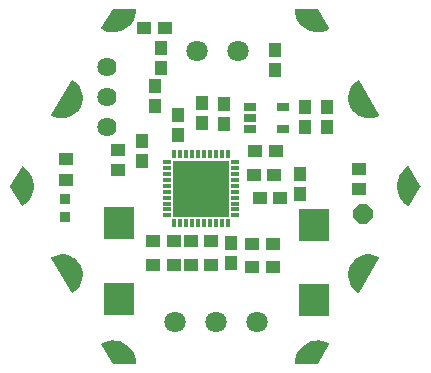
<source format=gbr>
G04 EAGLE Gerber RS-274X export*
G75*
%MOMM*%
%FSLAX34Y34*%
%LPD*%
%INSoldermask Top*%
%IPPOS*%
%AMOC8*
5,1,8,0,0,1.08239X$1,22.5*%
G01*
%ADD10R,0.901600X0.901600*%
%ADD11R,1.201600X1.101600*%
%ADD12C,1.101600*%
%ADD13C,1.801600*%
%ADD14R,0.701600X0.351600*%
%ADD15R,0.351600X0.701600*%
%ADD16R,4.701600X4.701600*%
%ADD17R,2.501600X2.701600*%
%ADD18R,1.101600X1.201600*%
%ADD19R,1.101600X0.701600*%
%ADD20P,1.759533X8X22.500000*%
%ADD21C,1.625600*%

G36*
X224809Y256012D02*
X224809Y256012D01*
X224880Y256009D01*
X224907Y256019D01*
X224936Y256021D01*
X225026Y256063D01*
X225066Y256078D01*
X225074Y256086D01*
X225087Y256092D01*
X227390Y257691D01*
X227414Y257717D01*
X227454Y257744D01*
X229463Y259701D01*
X229482Y259730D01*
X229517Y259763D01*
X231176Y262024D01*
X231191Y262055D01*
X231220Y262094D01*
X232484Y264597D01*
X232493Y264631D01*
X232515Y264674D01*
X233351Y267351D01*
X233354Y267385D01*
X233369Y267431D01*
X233752Y270210D01*
X233750Y270244D01*
X233756Y270292D01*
X233677Y273095D01*
X233669Y273129D01*
X233668Y273177D01*
X233129Y275929D01*
X233115Y275961D01*
X233106Y276009D01*
X232121Y278634D01*
X232106Y278659D01*
X232101Y278679D01*
X232093Y278690D01*
X232086Y278709D01*
X230682Y281137D01*
X230659Y281163D01*
X230635Y281205D01*
X228851Y283368D01*
X228824Y283390D01*
X228793Y283427D01*
X226677Y285268D01*
X226647Y285285D01*
X226611Y285317D01*
X224220Y286784D01*
X224188Y286795D01*
X224147Y286821D01*
X221548Y287874D01*
X221514Y287881D01*
X221469Y287899D01*
X218732Y288510D01*
X218697Y288511D01*
X218650Y288522D01*
X215850Y288674D01*
X215816Y288669D01*
X215768Y288672D01*
X212980Y288362D01*
X212947Y288351D01*
X212899Y288346D01*
X210201Y287581D01*
X210171Y287565D01*
X210124Y287552D01*
X207589Y286353D01*
X207565Y286336D01*
X207538Y286326D01*
X207486Y286277D01*
X207429Y286234D01*
X207415Y286209D01*
X207394Y286189D01*
X207365Y286124D01*
X207329Y286063D01*
X207326Y286034D01*
X207314Y286007D01*
X207313Y285936D01*
X207304Y285865D01*
X207312Y285837D01*
X207312Y285808D01*
X207346Y285715D01*
X207358Y285674D01*
X207365Y285665D01*
X207370Y285652D01*
X224370Y256252D01*
X224389Y256230D01*
X224402Y256204D01*
X224455Y256156D01*
X224502Y256103D01*
X224528Y256091D01*
X224550Y256071D01*
X224617Y256048D01*
X224681Y256018D01*
X224710Y256016D01*
X224738Y256007D01*
X224809Y256012D01*
G37*
G36*
X476588Y403735D02*
X476588Y403735D01*
X476636Y403732D01*
X479424Y404042D01*
X479457Y404053D01*
X479505Y404058D01*
X482203Y404823D01*
X482233Y404839D01*
X482280Y404852D01*
X484815Y406051D01*
X484839Y406068D01*
X484866Y406078D01*
X484918Y406127D01*
X484975Y406170D01*
X484989Y406195D01*
X485011Y406215D01*
X485039Y406280D01*
X485075Y406342D01*
X485078Y406370D01*
X485090Y406397D01*
X485091Y406468D01*
X485100Y406539D01*
X485092Y406567D01*
X485092Y406596D01*
X485058Y406689D01*
X485046Y406730D01*
X485039Y406739D01*
X485034Y406752D01*
X468034Y436152D01*
X468015Y436174D01*
X468002Y436200D01*
X467949Y436248D01*
X467902Y436301D01*
X467876Y436313D01*
X467854Y436333D01*
X467787Y436356D01*
X467723Y436386D01*
X467694Y436388D01*
X467666Y436397D01*
X467595Y436392D01*
X467524Y436395D01*
X467497Y436385D01*
X467468Y436383D01*
X467378Y436341D01*
X467338Y436326D01*
X467330Y436318D01*
X467317Y436312D01*
X465014Y434713D01*
X464990Y434688D01*
X464950Y434660D01*
X462941Y432703D01*
X462922Y432674D01*
X462887Y432641D01*
X461228Y430380D01*
X461213Y430349D01*
X461184Y430310D01*
X459920Y427807D01*
X459911Y427773D01*
X459889Y427730D01*
X459053Y425053D01*
X459050Y425019D01*
X459035Y424973D01*
X458652Y422194D01*
X458654Y422160D01*
X458648Y422112D01*
X458727Y419309D01*
X458735Y419275D01*
X458736Y419227D01*
X459275Y416475D01*
X459289Y416443D01*
X459298Y416395D01*
X460283Y413770D01*
X460301Y413740D01*
X460318Y413695D01*
X461722Y411267D01*
X461745Y411241D01*
X461769Y411200D01*
X463553Y409036D01*
X463580Y409014D01*
X463611Y408977D01*
X465727Y407136D01*
X465757Y407119D01*
X465793Y407088D01*
X468184Y405620D01*
X468216Y405609D01*
X468257Y405583D01*
X470856Y404530D01*
X470890Y404523D01*
X470935Y404505D01*
X473672Y403894D01*
X473707Y403893D01*
X473754Y403882D01*
X476554Y403730D01*
X476588Y403735D01*
G37*
G36*
X467628Y256013D02*
X467628Y256013D01*
X467699Y256012D01*
X467726Y256023D01*
X467755Y256027D01*
X467817Y256061D01*
X467882Y256089D01*
X467903Y256110D01*
X467928Y256124D01*
X467991Y256200D01*
X468021Y256231D01*
X468025Y256241D01*
X468034Y256252D01*
X485034Y285652D01*
X485043Y285680D01*
X485060Y285704D01*
X485075Y285773D01*
X485097Y285841D01*
X485095Y285870D01*
X485101Y285898D01*
X485088Y285968D01*
X485082Y286039D01*
X485069Y286065D01*
X485063Y286093D01*
X485023Y286152D01*
X484991Y286215D01*
X484968Y286234D01*
X484952Y286258D01*
X484870Y286315D01*
X484837Y286342D01*
X484827Y286345D01*
X484815Y286353D01*
X482280Y287552D01*
X482246Y287560D01*
X482203Y287581D01*
X479505Y288346D01*
X479470Y288348D01*
X479424Y288362D01*
X476636Y288672D01*
X476602Y288669D01*
X476554Y288674D01*
X473754Y288522D01*
X473720Y288513D01*
X473672Y288510D01*
X470935Y287899D01*
X470903Y287885D01*
X470856Y287874D01*
X468257Y286821D01*
X468228Y286802D01*
X468184Y286784D01*
X465793Y285317D01*
X465768Y285293D01*
X465727Y285268D01*
X463611Y283427D01*
X463590Y283400D01*
X463553Y283368D01*
X461769Y281205D01*
X461753Y281174D01*
X461722Y281137D01*
X460318Y278709D01*
X460307Y278676D01*
X460300Y278663D01*
X460290Y278649D01*
X460290Y278646D01*
X460283Y278634D01*
X459298Y276009D01*
X459292Y275974D01*
X459275Y275929D01*
X458736Y273177D01*
X458736Y273143D01*
X458727Y273095D01*
X458648Y270292D01*
X458654Y270258D01*
X458652Y270210D01*
X459035Y267431D01*
X459047Y267399D01*
X459053Y267351D01*
X459889Y264674D01*
X459906Y264643D01*
X459920Y264597D01*
X461184Y262094D01*
X461206Y262067D01*
X461228Y262024D01*
X462887Y259763D01*
X462913Y259740D01*
X462941Y259701D01*
X464950Y257744D01*
X464979Y257725D01*
X465014Y257691D01*
X467317Y256092D01*
X467344Y256080D01*
X467367Y256062D01*
X467435Y256041D01*
X467500Y256013D01*
X467529Y256013D01*
X467557Y256005D01*
X467628Y256013D01*
G37*
G36*
X218650Y403882D02*
X218650Y403882D01*
X218684Y403891D01*
X218732Y403894D01*
X221469Y404505D01*
X221501Y404519D01*
X221548Y404530D01*
X224147Y405583D01*
X224176Y405602D01*
X224220Y405620D01*
X226611Y407088D01*
X226636Y407111D01*
X226677Y407136D01*
X228793Y408977D01*
X228814Y409004D01*
X228851Y409036D01*
X230635Y411200D01*
X230651Y411230D01*
X230682Y411267D01*
X232086Y413695D01*
X232097Y413728D01*
X232121Y413770D01*
X233106Y416395D01*
X233112Y416430D01*
X233129Y416475D01*
X233668Y419227D01*
X233668Y419262D01*
X233677Y419309D01*
X233756Y422112D01*
X233751Y422146D01*
X233752Y422194D01*
X233369Y424973D01*
X233357Y425005D01*
X233351Y425053D01*
X232515Y427730D01*
X232498Y427761D01*
X232484Y427807D01*
X231220Y430310D01*
X231198Y430337D01*
X231176Y430380D01*
X229517Y432641D01*
X229491Y432664D01*
X229463Y432703D01*
X227454Y434660D01*
X227425Y434679D01*
X227390Y434713D01*
X225087Y436312D01*
X225060Y436324D01*
X225037Y436342D01*
X224969Y436363D01*
X224904Y436391D01*
X224875Y436391D01*
X224847Y436399D01*
X224776Y436391D01*
X224705Y436392D01*
X224678Y436381D01*
X224649Y436377D01*
X224587Y436343D01*
X224522Y436315D01*
X224501Y436294D01*
X224476Y436280D01*
X224413Y436204D01*
X224383Y436173D01*
X224379Y436163D01*
X224370Y436152D01*
X207370Y406752D01*
X207361Y406724D01*
X207344Y406700D01*
X207329Y406631D01*
X207307Y406563D01*
X207309Y406534D01*
X207303Y406506D01*
X207316Y406436D01*
X207322Y406365D01*
X207335Y406339D01*
X207341Y406311D01*
X207381Y406252D01*
X207413Y406189D01*
X207436Y406170D01*
X207452Y406146D01*
X207534Y406089D01*
X207567Y406062D01*
X207577Y406059D01*
X207589Y406051D01*
X210124Y404852D01*
X210158Y404844D01*
X210201Y404823D01*
X212899Y404058D01*
X212934Y404056D01*
X212980Y404042D01*
X215768Y403732D01*
X215802Y403735D01*
X215850Y403730D01*
X218650Y403882D01*
G37*
G36*
X509929Y329213D02*
X509929Y329213D01*
X510000Y329213D01*
X510027Y329224D01*
X510056Y329227D01*
X510118Y329262D01*
X510183Y329290D01*
X510204Y329310D01*
X510229Y329325D01*
X510292Y329402D01*
X510322Y329432D01*
X510326Y329442D01*
X510335Y329453D01*
X519835Y345953D01*
X519845Y345985D01*
X519854Y345998D01*
X519858Y346022D01*
X519859Y346026D01*
X519890Y346096D01*
X519890Y346120D01*
X519898Y346142D01*
X519892Y346218D01*
X519893Y346295D01*
X519883Y346319D01*
X519882Y346340D01*
X519861Y346379D01*
X519835Y346451D01*
X510335Y362951D01*
X510316Y362973D01*
X510303Y362999D01*
X510250Y363047D01*
X510203Y363100D01*
X510177Y363113D01*
X510156Y363132D01*
X510088Y363155D01*
X510024Y363186D01*
X509995Y363188D01*
X509968Y363197D01*
X509896Y363192D01*
X509825Y363195D01*
X509798Y363185D01*
X509769Y363183D01*
X509679Y363141D01*
X509639Y363126D01*
X509631Y363119D01*
X509618Y363113D01*
X507095Y361371D01*
X507071Y361347D01*
X507033Y361320D01*
X504821Y359196D01*
X504802Y359168D01*
X504768Y359136D01*
X502926Y356685D01*
X502912Y356654D01*
X502883Y356617D01*
X501458Y353902D01*
X501449Y353871D01*
X501433Y353846D01*
X501432Y353838D01*
X501427Y353828D01*
X500456Y350920D01*
X500452Y350886D01*
X500437Y350842D01*
X499945Y347815D01*
X499946Y347781D01*
X499938Y347735D01*
X499938Y344669D01*
X499939Y344665D01*
X499939Y344663D01*
X499945Y344636D01*
X499945Y344589D01*
X500437Y341562D01*
X500449Y341531D01*
X500456Y341484D01*
X501427Y338576D01*
X501444Y338547D01*
X501458Y338502D01*
X502883Y335787D01*
X502905Y335761D01*
X502926Y335719D01*
X504768Y333268D01*
X504793Y333245D01*
X504821Y333208D01*
X507033Y331084D01*
X507061Y331066D01*
X507095Y331033D01*
X509618Y329291D01*
X509645Y329280D01*
X509667Y329261D01*
X509736Y329241D01*
X509801Y329213D01*
X509830Y329213D01*
X509858Y329205D01*
X509929Y329213D01*
G37*
G36*
X182508Y329212D02*
X182508Y329212D01*
X182579Y329209D01*
X182606Y329219D01*
X182635Y329221D01*
X182725Y329263D01*
X182765Y329278D01*
X182773Y329285D01*
X182786Y329291D01*
X185309Y331033D01*
X185333Y331057D01*
X185371Y331084D01*
X187583Y333208D01*
X187602Y333236D01*
X187636Y333268D01*
X189478Y335719D01*
X189492Y335750D01*
X189521Y335787D01*
X190946Y338502D01*
X190955Y338535D01*
X190977Y338576D01*
X191948Y341484D01*
X191952Y341518D01*
X191967Y341562D01*
X192459Y344589D01*
X192458Y344623D01*
X192466Y344669D01*
X192466Y347735D01*
X192459Y347768D01*
X192459Y347815D01*
X191967Y350842D01*
X191955Y350873D01*
X191948Y350920D01*
X190977Y353828D01*
X190964Y353851D01*
X190958Y353876D01*
X190951Y353885D01*
X190946Y353902D01*
X189521Y356617D01*
X189499Y356643D01*
X189478Y356685D01*
X187636Y359136D01*
X187611Y359159D01*
X187583Y359196D01*
X185371Y361320D01*
X185343Y361338D01*
X185309Y361371D01*
X182786Y363113D01*
X182759Y363124D01*
X182737Y363143D01*
X182668Y363163D01*
X182603Y363191D01*
X182574Y363191D01*
X182546Y363199D01*
X182475Y363191D01*
X182404Y363192D01*
X182377Y363180D01*
X182348Y363177D01*
X182286Y363142D01*
X182221Y363114D01*
X182200Y363094D01*
X182175Y363079D01*
X182112Y363002D01*
X182082Y362972D01*
X182078Y362962D01*
X182069Y362951D01*
X172569Y346451D01*
X172545Y346378D01*
X172514Y346308D01*
X172514Y346284D01*
X172506Y346262D01*
X172513Y346186D01*
X172512Y346109D01*
X172521Y346085D01*
X172522Y346064D01*
X172543Y346025D01*
X172562Y345973D01*
X172563Y345967D01*
X172565Y345965D01*
X172569Y345953D01*
X182069Y329453D01*
X182088Y329431D01*
X182101Y329405D01*
X182154Y329357D01*
X182201Y329304D01*
X182227Y329291D01*
X182249Y329272D01*
X182316Y329249D01*
X182380Y329218D01*
X182409Y329217D01*
X182436Y329207D01*
X182508Y329212D01*
G37*
G36*
X432878Y195718D02*
X432878Y195718D01*
X432956Y195727D01*
X432975Y195738D01*
X432997Y195742D01*
X433061Y195786D01*
X433129Y195825D01*
X433145Y195844D01*
X433161Y195855D01*
X433185Y195893D01*
X433235Y195953D01*
X442735Y212453D01*
X442744Y212480D01*
X442760Y212504D01*
X442775Y212574D01*
X442798Y212642D01*
X442795Y212670D01*
X442801Y212698D01*
X442788Y212769D01*
X442782Y212840D01*
X442769Y212865D01*
X442763Y212893D01*
X442723Y212953D01*
X442690Y213016D01*
X442668Y213034D01*
X442652Y213058D01*
X442569Y213116D01*
X442537Y213143D01*
X442526Y213146D01*
X442516Y213153D01*
X439750Y214462D01*
X439717Y214470D01*
X439674Y214490D01*
X436734Y215338D01*
X436700Y215341D01*
X436656Y215354D01*
X433618Y215719D01*
X433584Y215716D01*
X433537Y215722D01*
X430480Y215595D01*
X430447Y215587D01*
X430400Y215586D01*
X427403Y214970D01*
X427372Y214957D01*
X427326Y214948D01*
X424466Y213859D01*
X424438Y213841D01*
X424394Y213825D01*
X421746Y212291D01*
X421720Y212269D01*
X421680Y212246D01*
X419312Y210308D01*
X419290Y210281D01*
X419254Y210252D01*
X417227Y207959D01*
X417211Y207930D01*
X417179Y207895D01*
X415547Y205307D01*
X415535Y205275D01*
X415510Y205236D01*
X414314Y202419D01*
X414307Y202386D01*
X414304Y202379D01*
X414300Y202373D01*
X414299Y202367D01*
X414288Y202343D01*
X413560Y199371D01*
X413558Y199337D01*
X413547Y199292D01*
X413304Y196242D01*
X413308Y196213D01*
X413303Y196185D01*
X413320Y196116D01*
X413328Y196044D01*
X413343Y196020D01*
X413349Y195992D01*
X413392Y195934D01*
X413428Y195872D01*
X413450Y195855D01*
X413467Y195832D01*
X413529Y195795D01*
X413586Y195752D01*
X413614Y195745D01*
X413638Y195730D01*
X413738Y195714D01*
X413779Y195703D01*
X413789Y195705D01*
X413802Y195703D01*
X432802Y195703D01*
X432878Y195718D01*
G37*
G36*
X433571Y476687D02*
X433571Y476687D01*
X433618Y476685D01*
X436656Y477050D01*
X436688Y477061D01*
X436734Y477066D01*
X439674Y477914D01*
X439704Y477930D01*
X439750Y477942D01*
X442516Y479251D01*
X442538Y479268D01*
X442565Y479278D01*
X442617Y479327D01*
X442675Y479370D01*
X442689Y479395D01*
X442710Y479414D01*
X442739Y479480D01*
X442775Y479542D01*
X442778Y479570D01*
X442790Y479596D01*
X442791Y479668D01*
X442800Y479739D01*
X442792Y479766D01*
X442793Y479795D01*
X442757Y479890D01*
X442746Y479930D01*
X442739Y479939D01*
X442735Y479951D01*
X433235Y496451D01*
X433183Y496510D01*
X433137Y496572D01*
X433118Y496583D01*
X433103Y496600D01*
X433033Y496634D01*
X432966Y496674D01*
X432942Y496678D01*
X432924Y496686D01*
X432879Y496688D01*
X432802Y496701D01*
X413802Y496701D01*
X413774Y496696D01*
X413746Y496698D01*
X413678Y496676D01*
X413607Y496662D01*
X413584Y496646D01*
X413557Y496637D01*
X413502Y496590D01*
X413443Y496549D01*
X413428Y496525D01*
X413407Y496507D01*
X413375Y496442D01*
X413336Y496382D01*
X413331Y496354D01*
X413319Y496328D01*
X413310Y496227D01*
X413303Y496185D01*
X413305Y496175D01*
X413304Y496162D01*
X413547Y493112D01*
X413556Y493080D01*
X413560Y493033D01*
X414288Y490061D01*
X414303Y490030D01*
X414314Y489985D01*
X415510Y487168D01*
X415529Y487140D01*
X415547Y487097D01*
X417179Y484509D01*
X417203Y484485D01*
X417227Y484445D01*
X419254Y482152D01*
X419281Y482132D01*
X419312Y482096D01*
X421680Y480158D01*
X421710Y480142D01*
X421746Y480113D01*
X424394Y478580D01*
X424426Y478569D01*
X424466Y478545D01*
X427326Y477457D01*
X427359Y477451D01*
X427403Y477434D01*
X430400Y476818D01*
X430434Y476818D01*
X430480Y476809D01*
X433537Y476682D01*
X433571Y476687D01*
G37*
G36*
X278630Y195708D02*
X278630Y195708D01*
X278658Y195706D01*
X278726Y195728D01*
X278797Y195742D01*
X278820Y195758D01*
X278847Y195767D01*
X278902Y195814D01*
X278961Y195855D01*
X278976Y195879D01*
X278998Y195897D01*
X279029Y195962D01*
X279068Y196022D01*
X279073Y196050D01*
X279085Y196076D01*
X279094Y196177D01*
X279101Y196219D01*
X279099Y196229D01*
X279100Y196242D01*
X278857Y199292D01*
X278848Y199324D01*
X278844Y199371D01*
X278116Y202343D01*
X278101Y202374D01*
X278090Y202419D01*
X276894Y205236D01*
X276875Y205264D01*
X276857Y205307D01*
X275225Y207895D01*
X275201Y207919D01*
X275177Y207959D01*
X273150Y210252D01*
X273123Y210272D01*
X273092Y210308D01*
X270725Y212246D01*
X270694Y212262D01*
X270658Y212291D01*
X268010Y213825D01*
X267978Y213835D01*
X267938Y213859D01*
X265078Y214948D01*
X265045Y214953D01*
X265001Y214970D01*
X262004Y215586D01*
X261970Y215586D01*
X261924Y215595D01*
X258867Y215722D01*
X258833Y215717D01*
X258786Y215719D01*
X255748Y215354D01*
X255716Y215343D01*
X255670Y215338D01*
X252730Y214490D01*
X252700Y214474D01*
X252655Y214462D01*
X249889Y213153D01*
X249866Y213136D01*
X249839Y213126D01*
X249787Y213077D01*
X249729Y213034D01*
X249715Y213009D01*
X249694Y212990D01*
X249665Y212924D01*
X249629Y212862D01*
X249626Y212834D01*
X249614Y212808D01*
X249613Y212736D01*
X249604Y212665D01*
X249612Y212638D01*
X249612Y212609D01*
X249647Y212514D01*
X249658Y212474D01*
X249665Y212465D01*
X249669Y212453D01*
X259169Y195953D01*
X259221Y195895D01*
X259267Y195832D01*
X259286Y195821D01*
X259301Y195804D01*
X259371Y195770D01*
X259438Y195730D01*
X259463Y195726D01*
X259480Y195718D01*
X259525Y195716D01*
X259602Y195703D01*
X278602Y195703D01*
X278630Y195708D01*
G37*
G36*
X261924Y476809D02*
X261924Y476809D01*
X261957Y476817D01*
X262004Y476818D01*
X265001Y477434D01*
X265032Y477447D01*
X265078Y477457D01*
X267938Y478545D01*
X267967Y478563D01*
X268010Y478580D01*
X270658Y480113D01*
X270684Y480135D01*
X270725Y480158D01*
X273092Y482096D01*
X273114Y482123D01*
X273150Y482152D01*
X275177Y484445D01*
X275194Y484474D01*
X275225Y484509D01*
X276857Y487097D01*
X276869Y487129D01*
X276894Y487168D01*
X278090Y489985D01*
X278097Y490018D01*
X278116Y490061D01*
X278844Y493033D01*
X278846Y493067D01*
X278857Y493112D01*
X279100Y496162D01*
X279096Y496191D01*
X279101Y496219D01*
X279084Y496288D01*
X279076Y496360D01*
X279062Y496384D01*
X279055Y496412D01*
X279012Y496470D01*
X278977Y496532D01*
X278954Y496549D01*
X278937Y496572D01*
X278875Y496609D01*
X278818Y496652D01*
X278790Y496659D01*
X278766Y496674D01*
X278666Y496690D01*
X278625Y496701D01*
X278615Y496699D01*
X278602Y496701D01*
X259602Y496701D01*
X259526Y496686D01*
X259448Y496677D01*
X259429Y496666D01*
X259407Y496662D01*
X259343Y496618D01*
X259275Y496579D01*
X259259Y496560D01*
X259243Y496549D01*
X259219Y496511D01*
X259169Y496451D01*
X249669Y479951D01*
X249660Y479924D01*
X249644Y479900D01*
X249629Y479830D01*
X249606Y479762D01*
X249609Y479734D01*
X249603Y479706D01*
X249617Y479636D01*
X249622Y479564D01*
X249635Y479539D01*
X249641Y479511D01*
X249681Y479451D01*
X249714Y479388D01*
X249736Y479370D01*
X249752Y479346D01*
X249835Y479288D01*
X249867Y479261D01*
X249878Y479258D01*
X249889Y479251D01*
X252655Y477942D01*
X252688Y477934D01*
X252730Y477914D01*
X255670Y477066D01*
X255704Y477063D01*
X255748Y477050D01*
X258786Y476685D01*
X258820Y476688D01*
X258867Y476682D01*
X261924Y476809D01*
G37*
D10*
X218789Y335206D03*
X218789Y320206D03*
D11*
X468139Y344111D03*
X468139Y361111D03*
X219698Y351974D03*
X219698Y368974D03*
D12*
X428802Y489302D03*
X511402Y346202D03*
X428802Y203102D03*
X263602Y203102D03*
X181002Y346202D03*
X263602Y489302D03*
X470102Y417702D03*
X470102Y274702D03*
X222302Y274702D03*
X222302Y417702D03*
D13*
X365480Y460740D03*
X330480Y460740D03*
X311710Y231410D03*
X346710Y231410D03*
X381710Y231410D03*
D14*
X305010Y366670D03*
X305010Y361670D03*
X305010Y356670D03*
X305010Y351670D03*
X305010Y346670D03*
X305010Y341670D03*
X305010Y336670D03*
X305010Y331670D03*
X305010Y326670D03*
X305010Y321670D03*
D15*
X311510Y315170D03*
X316510Y315170D03*
X321510Y315170D03*
X326510Y315170D03*
X331510Y315170D03*
X336510Y315170D03*
X341510Y315170D03*
X346510Y315170D03*
X351510Y315170D03*
X356510Y315170D03*
D14*
X363010Y321670D03*
X363010Y326670D03*
X363010Y331670D03*
X363010Y336670D03*
X363010Y341670D03*
X363010Y346670D03*
X363010Y351670D03*
X363010Y356670D03*
X363010Y361670D03*
X363010Y366670D03*
D15*
X356510Y373170D03*
X351510Y373170D03*
X346510Y373170D03*
X341510Y373170D03*
X336510Y373170D03*
X331510Y373170D03*
X326510Y373170D03*
X321510Y373170D03*
X316510Y373170D03*
X311510Y373170D03*
D16*
X334010Y344170D03*
D17*
X429260Y249690D03*
X429260Y313690D03*
D11*
X394580Y278130D03*
X377580Y278130D03*
X394580Y297180D03*
X377580Y297180D03*
D17*
X264160Y315210D03*
X264160Y251210D03*
D11*
X310760Y299720D03*
X293760Y299720D03*
X310760Y279400D03*
X293760Y279400D03*
D18*
X283864Y367617D03*
X283864Y384617D03*
D11*
X263944Y359669D03*
X263944Y376669D03*
D18*
X359410Y298060D03*
X359410Y281060D03*
X353536Y398853D03*
X353536Y415853D03*
X334804Y399646D03*
X334804Y416646D03*
D11*
X325510Y279400D03*
X342510Y279400D03*
X325510Y299720D03*
X342510Y299720D03*
D18*
X314643Y389804D03*
X314643Y406804D03*
X295256Y431220D03*
X295256Y414220D03*
D11*
X380120Y375920D03*
X397120Y375920D03*
X378533Y355600D03*
X395533Y355600D03*
D18*
X417830Y339480D03*
X417830Y356480D03*
X396240Y461890D03*
X396240Y444890D03*
D11*
X383930Y336233D03*
X400930Y336233D03*
D19*
X375664Y413360D03*
X375664Y403860D03*
X375664Y394360D03*
X403164Y394360D03*
X403164Y413360D03*
D18*
X440690Y413630D03*
X440690Y396630D03*
X421640Y413630D03*
X421640Y396630D03*
X300025Y463693D03*
X300025Y446693D03*
D11*
X303153Y479895D03*
X286153Y479895D03*
D20*
X471532Y322783D03*
D21*
X254591Y447497D03*
X254635Y422097D03*
X254679Y396697D03*
M02*

</source>
